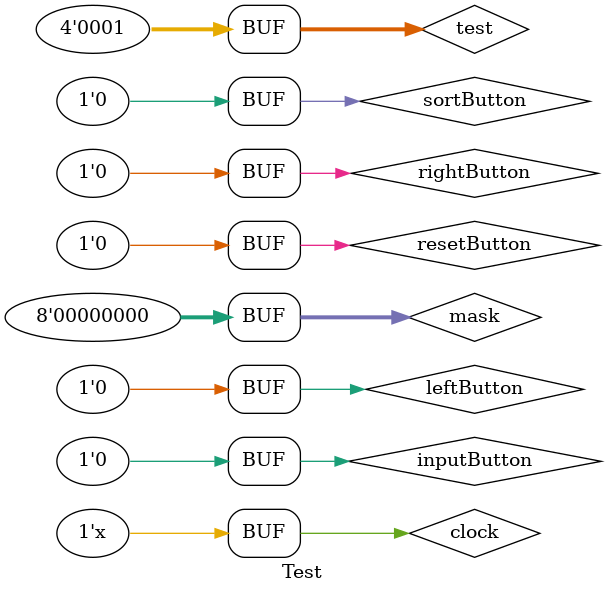
<source format=v>
`timescale 1ns / 1ps

module Test();

reg clock = 0;

always #10 clock = ~clock;

reg[3:0] test = 4'b0001;

reg inputButton = 0;
reg sortButton = 0;
reg leftButton = 0;
reg rightButton = 0;
reg resetButton = 0;

reg[7:0] mask = 8'b0000_0000;
wire[7:0] segmentValues;
wire[7:0] outMask;

initial
begin
   #10000000
   sortButton = 1;
   #10000000
   sortButton = 0;
end

// always #10000000
//     leftButton = ~leftButton;

//  always #100000000
//      test = (test + 1) % 8;
 
//  always #50000000 
//     button = ~button;
 

Main main(.clock(clock), .inp(test), .button(inputButton), .leftButton(leftButton), .rightButton(rightButton),
             .sortButton(sortButton), .resetButton(resetButton), .mask(mask), .segmentValues(segmentValues), .outMask(outMask));

endmodule
</source>
